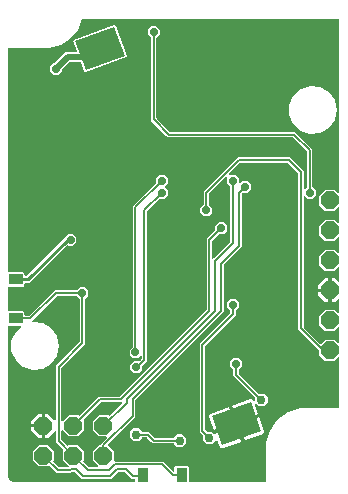
<source format=gtl>
G04 EAGLE Gerber RS-274X export*
G75*
%MOMM*%
%FSLAX34Y34*%
%LPD*%
%INTop Copper*%
%IPPOS*%
%AMOC8*
5,1,8,0,0,1.08239X$1,22.5*%
G01*
%ADD10R,3.500000X2.600000*%
%ADD11P,1.649562X8X112.500000*%
%ADD12P,1.649562X8X22.500000*%
%ADD13R,1.200000X0.900000*%
%ADD14R,0.900000X1.200000*%
%ADD15C,0.254000*%
%ADD16C,0.706400*%
%ADD17C,0.152400*%
%ADD18C,0.756400*%
%ADD19C,0.508000*%

G36*
X50658Y56512D02*
X50658Y56512D01*
X50729Y56518D01*
X50777Y56538D01*
X50828Y56549D01*
X50889Y56586D01*
X50955Y56614D01*
X51011Y56659D01*
X51039Y56675D01*
X51054Y56693D01*
X51086Y56719D01*
X56212Y61845D01*
X63788Y61845D01*
X64311Y61322D01*
X64327Y61310D01*
X64340Y61294D01*
X64427Y61238D01*
X64511Y61178D01*
X64530Y61172D01*
X64547Y61161D01*
X64647Y61136D01*
X64746Y61106D01*
X64766Y61106D01*
X64785Y61101D01*
X64888Y61109D01*
X64992Y61112D01*
X65011Y61119D01*
X65030Y61120D01*
X65125Y61161D01*
X65223Y61196D01*
X65238Y61209D01*
X65257Y61217D01*
X65388Y61322D01*
X81353Y77287D01*
X98737Y77287D01*
X98828Y77301D01*
X98918Y77309D01*
X98948Y77321D01*
X98980Y77326D01*
X99061Y77369D01*
X99145Y77405D01*
X99177Y77431D01*
X99198Y77442D01*
X99220Y77465D01*
X99276Y77510D01*
X172490Y150724D01*
X172543Y150798D01*
X172603Y150868D01*
X172615Y150898D01*
X172634Y150924D01*
X172661Y151011D01*
X172695Y151096D01*
X172699Y151137D01*
X172706Y151159D01*
X172705Y151191D01*
X172713Y151263D01*
X172713Y210947D01*
X179720Y217954D01*
X179773Y218028D01*
X179833Y218098D01*
X179845Y218128D01*
X179864Y218154D01*
X179891Y218241D01*
X179925Y218326D01*
X179929Y218367D01*
X179936Y218389D01*
X179935Y218421D01*
X179943Y218493D01*
X179943Y222095D01*
X182905Y225057D01*
X187095Y225057D01*
X190057Y222095D01*
X190057Y217905D01*
X187095Y214943D01*
X183493Y214943D01*
X183402Y214929D01*
X183312Y214921D01*
X183282Y214909D01*
X183250Y214904D01*
X183169Y214861D01*
X183085Y214825D01*
X183053Y214799D01*
X183032Y214788D01*
X183010Y214765D01*
X183005Y214761D01*
X183004Y214760D01*
X182954Y214720D01*
X177510Y209276D01*
X177457Y209202D01*
X177397Y209132D01*
X177385Y209102D01*
X177366Y209076D01*
X177339Y208989D01*
X177305Y208904D01*
X177301Y208863D01*
X177294Y208841D01*
X177295Y208809D01*
X177287Y208737D01*
X177287Y194858D01*
X177298Y194788D01*
X177300Y194716D01*
X177318Y194667D01*
X177326Y194616D01*
X177360Y194552D01*
X177385Y194485D01*
X177417Y194444D01*
X177442Y194398D01*
X177494Y194349D01*
X177538Y194293D01*
X177582Y194265D01*
X177620Y194229D01*
X177685Y194199D01*
X177745Y194160D01*
X177796Y194147D01*
X177843Y194125D01*
X177914Y194117D01*
X177984Y194100D01*
X178036Y194104D01*
X178087Y194098D01*
X178158Y194113D01*
X178229Y194119D01*
X178277Y194139D01*
X178328Y194150D01*
X178389Y194187D01*
X178455Y194215D01*
X178511Y194260D01*
X178539Y194277D01*
X178554Y194294D01*
X178586Y194320D01*
X179276Y195010D01*
X192490Y208224D01*
X192543Y208298D01*
X192603Y208368D01*
X192615Y208398D01*
X192634Y208424D01*
X192661Y208511D01*
X192695Y208596D01*
X192699Y208637D01*
X192706Y208659D01*
X192705Y208691D01*
X192713Y208763D01*
X192713Y254820D01*
X192699Y254910D01*
X192691Y255001D01*
X192679Y255031D01*
X192674Y255063D01*
X192631Y255144D01*
X192595Y255227D01*
X192569Y255260D01*
X192558Y255280D01*
X192535Y255302D01*
X192490Y255358D01*
X189943Y257905D01*
X189943Y262372D01*
X189932Y262442D01*
X189930Y262514D01*
X189912Y262563D01*
X189904Y262614D01*
X189870Y262678D01*
X189845Y262745D01*
X189813Y262786D01*
X189788Y262832D01*
X189736Y262881D01*
X189692Y262937D01*
X189648Y262965D01*
X189610Y263001D01*
X189545Y263031D01*
X189485Y263070D01*
X189434Y263083D01*
X189387Y263105D01*
X189316Y263113D01*
X189246Y263130D01*
X189194Y263126D01*
X189143Y263132D01*
X189072Y263117D01*
X189001Y263111D01*
X188953Y263091D01*
X188902Y263080D01*
X188841Y263043D01*
X188775Y263015D01*
X188719Y262970D01*
X188691Y262953D01*
X188676Y262936D01*
X188644Y262910D01*
X175010Y249276D01*
X174957Y249202D01*
X174897Y249132D01*
X174885Y249102D01*
X174866Y249076D01*
X174839Y248989D01*
X174805Y248904D01*
X174801Y248863D01*
X174794Y248841D01*
X174795Y248809D01*
X174787Y248737D01*
X174787Y240180D01*
X174801Y240090D01*
X174809Y239999D01*
X174821Y239969D01*
X174826Y239937D01*
X174869Y239856D01*
X174905Y239773D01*
X174931Y239740D01*
X174942Y239720D01*
X174965Y239698D01*
X175010Y239642D01*
X177557Y237095D01*
X177557Y232905D01*
X174595Y229943D01*
X170405Y229943D01*
X167443Y232905D01*
X167443Y237095D01*
X169990Y239642D01*
X170043Y239716D01*
X170103Y239785D01*
X170115Y239815D01*
X170134Y239841D01*
X170161Y239928D01*
X170195Y240013D01*
X170199Y240054D01*
X170206Y240076D01*
X170205Y240109D01*
X170213Y240180D01*
X170213Y250947D01*
X199053Y279787D01*
X243447Y279787D01*
X254787Y268447D01*
X254787Y253776D01*
X254798Y253705D01*
X254800Y253633D01*
X254818Y253584D01*
X254826Y253533D01*
X254860Y253470D01*
X254885Y253402D01*
X254917Y253362D01*
X254942Y253316D01*
X254994Y253266D01*
X255038Y253210D01*
X255082Y253182D01*
X255120Y253146D01*
X255185Y253116D01*
X255245Y253077D01*
X255296Y253065D01*
X255343Y253043D01*
X255414Y253035D01*
X255484Y253017D01*
X255536Y253021D01*
X255587Y253016D01*
X255658Y253031D01*
X255729Y253036D01*
X255777Y253057D01*
X255828Y253068D01*
X255889Y253105D01*
X255955Y253133D01*
X256011Y253178D01*
X256039Y253194D01*
X256054Y253212D01*
X256086Y253238D01*
X257490Y254642D01*
X257543Y254716D01*
X257603Y254785D01*
X257615Y254815D01*
X257634Y254841D01*
X257661Y254929D01*
X257695Y255013D01*
X257699Y255054D01*
X257706Y255076D01*
X257705Y255109D01*
X257713Y255180D01*
X257713Y284737D01*
X257699Y284828D01*
X257691Y284918D01*
X257679Y284948D01*
X257674Y284980D01*
X257631Y285061D01*
X257595Y285145D01*
X257569Y285177D01*
X257558Y285198D01*
X257535Y285220D01*
X257490Y285276D01*
X246276Y296490D01*
X246202Y296543D01*
X246132Y296603D01*
X246102Y296615D01*
X246076Y296634D01*
X245989Y296661D01*
X245904Y296695D01*
X245863Y296699D01*
X245841Y296706D01*
X245809Y296705D01*
X245737Y296713D01*
X140053Y296713D01*
X138490Y298276D01*
X125713Y311053D01*
X125713Y380820D01*
X125699Y380910D01*
X125691Y381001D01*
X125679Y381031D01*
X125674Y381063D01*
X125631Y381144D01*
X125595Y381227D01*
X125569Y381260D01*
X125558Y381280D01*
X125535Y381302D01*
X125490Y381358D01*
X122943Y383905D01*
X122943Y388095D01*
X125905Y391057D01*
X130095Y391057D01*
X133057Y388095D01*
X133057Y383905D01*
X130510Y381358D01*
X130457Y381284D01*
X130397Y381215D01*
X130385Y381185D01*
X130366Y381159D01*
X130339Y381072D01*
X130305Y380987D01*
X130301Y380946D01*
X130294Y380924D01*
X130295Y380891D01*
X130287Y380820D01*
X130287Y313263D01*
X130301Y313172D01*
X130309Y313082D01*
X130321Y313052D01*
X130326Y313020D01*
X130369Y312939D01*
X130405Y312855D01*
X130431Y312823D01*
X130442Y312802D01*
X130465Y312780D01*
X130510Y312724D01*
X141724Y301510D01*
X141798Y301457D01*
X141868Y301397D01*
X141898Y301385D01*
X141924Y301366D01*
X142011Y301339D01*
X142096Y301305D01*
X142137Y301301D01*
X142159Y301294D01*
X142191Y301295D01*
X142262Y301287D01*
X247947Y301287D01*
X262287Y286947D01*
X262287Y255180D01*
X262301Y255090D01*
X262309Y254999D01*
X262321Y254969D01*
X262326Y254937D01*
X262369Y254856D01*
X262405Y254773D01*
X262431Y254740D01*
X262442Y254720D01*
X262465Y254698D01*
X262510Y254642D01*
X265057Y252095D01*
X265057Y247905D01*
X262095Y244943D01*
X257905Y244943D01*
X256086Y246762D01*
X256028Y246804D01*
X255976Y246854D01*
X255929Y246876D01*
X255887Y246906D01*
X255818Y246927D01*
X255753Y246957D01*
X255701Y246963D01*
X255651Y246978D01*
X255580Y246976D01*
X255509Y246984D01*
X255458Y246973D01*
X255406Y246972D01*
X255338Y246947D01*
X255268Y246932D01*
X255223Y246905D01*
X255175Y246888D01*
X255119Y246843D01*
X255057Y246806D01*
X255023Y246766D01*
X254983Y246734D01*
X254944Y246674D01*
X254897Y246619D01*
X254878Y246571D01*
X254850Y246527D01*
X254832Y246457D01*
X254805Y246391D01*
X254797Y246320D01*
X254789Y246288D01*
X254791Y246265D01*
X254787Y246224D01*
X254787Y136262D01*
X254801Y136172D01*
X254809Y136081D01*
X254821Y136052D01*
X254826Y136020D01*
X254869Y135939D01*
X254905Y135855D01*
X254931Y135823D01*
X254942Y135802D01*
X254965Y135780D01*
X255010Y135724D01*
X268612Y122122D01*
X268629Y122110D01*
X268641Y122094D01*
X268728Y122038D01*
X268812Y121978D01*
X268831Y121972D01*
X268848Y121961D01*
X268948Y121936D01*
X269047Y121906D01*
X269067Y121906D01*
X269086Y121901D01*
X269189Y121909D01*
X269293Y121912D01*
X269312Y121919D01*
X269332Y121920D01*
X269427Y121961D01*
X269524Y121996D01*
X269540Y122009D01*
X269558Y122017D01*
X269689Y122122D01*
X273212Y125645D01*
X280788Y125645D01*
X283890Y122543D01*
X283948Y122501D01*
X284000Y122452D01*
X284047Y122430D01*
X284089Y122399D01*
X284158Y122378D01*
X284223Y122348D01*
X284275Y122342D01*
X284325Y122327D01*
X284396Y122329D01*
X284467Y122321D01*
X284518Y122332D01*
X284570Y122333D01*
X284638Y122358D01*
X284708Y122373D01*
X284753Y122400D01*
X284801Y122418D01*
X284857Y122463D01*
X284919Y122499D01*
X284953Y122539D01*
X284993Y122571D01*
X285032Y122632D01*
X285079Y122686D01*
X285098Y122735D01*
X285126Y122778D01*
X285144Y122848D01*
X285171Y122914D01*
X285179Y122986D01*
X285187Y123017D01*
X285185Y123040D01*
X285189Y123081D01*
X285189Y135319D01*
X285178Y135390D01*
X285176Y135461D01*
X285158Y135510D01*
X285150Y135562D01*
X285116Y135625D01*
X285091Y135692D01*
X285059Y135733D01*
X285034Y135779D01*
X284982Y135828D01*
X284938Y135884D01*
X284894Y135913D01*
X284856Y135948D01*
X284791Y135979D01*
X284731Y136017D01*
X284680Y136030D01*
X284633Y136052D01*
X284562Y136060D01*
X284492Y136077D01*
X284440Y136073D01*
X284389Y136079D01*
X284318Y136064D01*
X284247Y136058D01*
X284199Y136038D01*
X284148Y136027D01*
X284087Y135990D01*
X284021Y135962D01*
X283965Y135917D01*
X283937Y135901D01*
X283922Y135883D01*
X283890Y135857D01*
X280788Y132755D01*
X273212Y132755D01*
X267855Y138112D01*
X267855Y145688D01*
X273212Y151045D01*
X280788Y151045D01*
X283890Y147943D01*
X283948Y147901D01*
X284000Y147852D01*
X284047Y147830D01*
X284089Y147799D01*
X284158Y147778D01*
X284223Y147748D01*
X284275Y147742D01*
X284325Y147727D01*
X284396Y147729D01*
X284467Y147721D01*
X284518Y147732D01*
X284570Y147733D01*
X284638Y147758D01*
X284708Y147773D01*
X284753Y147800D01*
X284801Y147818D01*
X284857Y147863D01*
X284919Y147899D01*
X284953Y147939D01*
X284993Y147971D01*
X285032Y148032D01*
X285079Y148086D01*
X285098Y148135D01*
X285126Y148178D01*
X285144Y148248D01*
X285171Y148314D01*
X285179Y148386D01*
X285187Y148417D01*
X285185Y148440D01*
X285189Y148481D01*
X285189Y159282D01*
X285178Y159353D01*
X285176Y159424D01*
X285158Y159473D01*
X285150Y159525D01*
X285116Y159588D01*
X285091Y159655D01*
X285059Y159696D01*
X285034Y159742D01*
X284982Y159792D01*
X284938Y159848D01*
X284894Y159876D01*
X284856Y159912D01*
X284791Y159942D01*
X284731Y159981D01*
X284680Y159993D01*
X284633Y160015D01*
X284562Y160023D01*
X284492Y160041D01*
X284440Y160037D01*
X284389Y160042D01*
X284318Y160027D01*
X284247Y160021D01*
X284199Y160001D01*
X284148Y159990D01*
X284087Y159953D01*
X284021Y159925D01*
X283965Y159880D01*
X283937Y159864D01*
X283922Y159846D01*
X283890Y159820D01*
X281209Y157139D01*
X278523Y157139D01*
X278523Y166538D01*
X278520Y166558D01*
X278522Y166577D01*
X278500Y166679D01*
X278483Y166781D01*
X278474Y166798D01*
X278470Y166818D01*
X278417Y166907D01*
X278368Y166998D01*
X278354Y167012D01*
X278344Y167029D01*
X278265Y167096D01*
X278190Y167167D01*
X278172Y167176D01*
X278157Y167189D01*
X278061Y167227D01*
X277967Y167271D01*
X277947Y167273D01*
X277929Y167281D01*
X277762Y167299D01*
X276999Y167299D01*
X276999Y167301D01*
X277762Y167301D01*
X277782Y167304D01*
X277801Y167302D01*
X277903Y167324D01*
X278005Y167341D01*
X278022Y167350D01*
X278042Y167354D01*
X278131Y167407D01*
X278222Y167456D01*
X278236Y167470D01*
X278253Y167480D01*
X278320Y167559D01*
X278391Y167634D01*
X278400Y167652D01*
X278413Y167667D01*
X278452Y167763D01*
X278495Y167857D01*
X278497Y167877D01*
X278505Y167895D01*
X278523Y168062D01*
X278523Y177461D01*
X281209Y177461D01*
X283890Y174780D01*
X283948Y174738D01*
X284000Y174688D01*
X284047Y174667D01*
X284089Y174636D01*
X284158Y174615D01*
X284223Y174585D01*
X284275Y174579D01*
X284325Y174564D01*
X284396Y174566D01*
X284467Y174558D01*
X284518Y174569D01*
X284570Y174570D01*
X284638Y174595D01*
X284708Y174610D01*
X284753Y174637D01*
X284801Y174655D01*
X284857Y174699D01*
X284919Y174736D01*
X284953Y174776D01*
X284993Y174808D01*
X285032Y174869D01*
X285079Y174923D01*
X285098Y174971D01*
X285126Y175015D01*
X285144Y175085D01*
X285156Y175116D01*
X285161Y175126D01*
X285161Y175128D01*
X285171Y175151D01*
X285179Y175223D01*
X285187Y175254D01*
X285185Y175277D01*
X285189Y175318D01*
X285189Y186119D01*
X285178Y186190D01*
X285176Y186261D01*
X285158Y186310D01*
X285150Y186362D01*
X285116Y186425D01*
X285091Y186492D01*
X285059Y186533D01*
X285034Y186579D01*
X284982Y186628D01*
X284938Y186684D01*
X284894Y186713D01*
X284856Y186748D01*
X284791Y186779D01*
X284731Y186817D01*
X284680Y186830D01*
X284633Y186852D01*
X284562Y186860D01*
X284492Y186877D01*
X284440Y186873D01*
X284389Y186879D01*
X284318Y186864D01*
X284247Y186858D01*
X284199Y186838D01*
X284148Y186827D01*
X284087Y186790D01*
X284021Y186762D01*
X283965Y186717D01*
X283937Y186701D01*
X283922Y186683D01*
X283890Y186657D01*
X280788Y183555D01*
X273212Y183555D01*
X267855Y188912D01*
X267855Y196488D01*
X273212Y201845D01*
X280788Y201845D01*
X283890Y198743D01*
X283948Y198701D01*
X284000Y198652D01*
X284047Y198630D01*
X284089Y198599D01*
X284158Y198578D01*
X284223Y198548D01*
X284275Y198542D01*
X284325Y198527D01*
X284396Y198529D01*
X284467Y198521D01*
X284518Y198532D01*
X284570Y198533D01*
X284638Y198558D01*
X284708Y198573D01*
X284753Y198600D01*
X284801Y198618D01*
X284857Y198663D01*
X284919Y198699D01*
X284953Y198739D01*
X284993Y198771D01*
X285032Y198832D01*
X285079Y198886D01*
X285098Y198935D01*
X285126Y198978D01*
X285144Y199048D01*
X285171Y199114D01*
X285179Y199186D01*
X285187Y199217D01*
X285185Y199240D01*
X285189Y199281D01*
X285189Y211519D01*
X285178Y211590D01*
X285176Y211661D01*
X285158Y211710D01*
X285150Y211762D01*
X285116Y211825D01*
X285091Y211892D01*
X285059Y211933D01*
X285034Y211979D01*
X284982Y212028D01*
X284938Y212084D01*
X284894Y212113D01*
X284856Y212148D01*
X284791Y212179D01*
X284731Y212217D01*
X284680Y212230D01*
X284633Y212252D01*
X284562Y212260D01*
X284492Y212277D01*
X284440Y212273D01*
X284389Y212279D01*
X284318Y212264D01*
X284247Y212258D01*
X284199Y212238D01*
X284148Y212227D01*
X284087Y212190D01*
X284021Y212162D01*
X283965Y212117D01*
X283937Y212101D01*
X283922Y212083D01*
X283890Y212057D01*
X280788Y208955D01*
X273212Y208955D01*
X267855Y214312D01*
X267855Y221888D01*
X273212Y227245D01*
X280788Y227245D01*
X283890Y224143D01*
X283948Y224101D01*
X284000Y224052D01*
X284047Y224030D01*
X284089Y223999D01*
X284158Y223978D01*
X284223Y223948D01*
X284275Y223942D01*
X284325Y223927D01*
X284396Y223929D01*
X284467Y223921D01*
X284518Y223932D01*
X284570Y223933D01*
X284638Y223958D01*
X284708Y223973D01*
X284753Y224000D01*
X284801Y224018D01*
X284857Y224063D01*
X284919Y224099D01*
X284953Y224139D01*
X284993Y224171D01*
X285032Y224232D01*
X285079Y224286D01*
X285098Y224335D01*
X285126Y224378D01*
X285144Y224448D01*
X285171Y224514D01*
X285179Y224586D01*
X285187Y224617D01*
X285185Y224640D01*
X285189Y224681D01*
X285189Y236919D01*
X285178Y236990D01*
X285176Y237061D01*
X285158Y237110D01*
X285150Y237162D01*
X285116Y237225D01*
X285091Y237292D01*
X285059Y237333D01*
X285034Y237379D01*
X284982Y237428D01*
X284938Y237484D01*
X284894Y237513D01*
X284856Y237548D01*
X284791Y237579D01*
X284731Y237617D01*
X284680Y237630D01*
X284633Y237652D01*
X284562Y237660D01*
X284492Y237677D01*
X284440Y237673D01*
X284389Y237679D01*
X284318Y237664D01*
X284247Y237658D01*
X284199Y237638D01*
X284148Y237627D01*
X284087Y237590D01*
X284021Y237562D01*
X283965Y237517D01*
X283937Y237501D01*
X283922Y237483D01*
X283890Y237457D01*
X280788Y234355D01*
X273212Y234355D01*
X267855Y239712D01*
X267855Y247288D01*
X273212Y252645D01*
X280788Y252645D01*
X283890Y249543D01*
X283948Y249501D01*
X284000Y249452D01*
X284047Y249430D01*
X284089Y249399D01*
X284158Y249378D01*
X284223Y249348D01*
X284275Y249342D01*
X284325Y249327D01*
X284396Y249329D01*
X284467Y249321D01*
X284518Y249332D01*
X284570Y249333D01*
X284638Y249358D01*
X284708Y249373D01*
X284753Y249400D01*
X284801Y249418D01*
X284857Y249463D01*
X284919Y249499D01*
X284953Y249539D01*
X284993Y249571D01*
X285032Y249632D01*
X285079Y249686D01*
X285098Y249735D01*
X285126Y249778D01*
X285144Y249848D01*
X285171Y249914D01*
X285179Y249986D01*
X285187Y250017D01*
X285185Y250040D01*
X285189Y250081D01*
X285189Y396428D01*
X285186Y396448D01*
X285188Y396467D01*
X285166Y396569D01*
X285150Y396671D01*
X285140Y396688D01*
X285136Y396708D01*
X285083Y396797D01*
X285034Y396888D01*
X285020Y396902D01*
X285010Y396919D01*
X284931Y396986D01*
X284856Y397058D01*
X284838Y397066D01*
X284823Y397079D01*
X284727Y397118D01*
X284633Y397161D01*
X284613Y397163D01*
X284595Y397171D01*
X284428Y397189D01*
X67676Y397189D01*
X67674Y397189D01*
X67673Y397189D01*
X67552Y397169D01*
X67433Y397150D01*
X67432Y397149D01*
X67430Y397148D01*
X67322Y397091D01*
X67216Y397034D01*
X67215Y397033D01*
X67213Y397032D01*
X67129Y396943D01*
X67047Y396856D01*
X67046Y396854D01*
X67045Y396853D01*
X66967Y396705D01*
X63471Y387738D01*
X57280Y380175D01*
X49055Y374896D01*
X39602Y372416D01*
X34883Y372688D01*
X34867Y372686D01*
X34839Y372689D01*
X5572Y372689D01*
X5552Y372686D01*
X5533Y372688D01*
X5431Y372666D01*
X5329Y372650D01*
X5312Y372640D01*
X5292Y372636D01*
X5203Y372583D01*
X5112Y372534D01*
X5098Y372520D01*
X5081Y372510D01*
X5014Y372431D01*
X4942Y372356D01*
X4934Y372338D01*
X4921Y372323D01*
X4882Y372227D01*
X4839Y372133D01*
X4837Y372113D01*
X4829Y372095D01*
X4811Y371928D01*
X4811Y183286D01*
X4814Y183266D01*
X4812Y183247D01*
X4834Y183145D01*
X4850Y183043D01*
X4860Y183026D01*
X4864Y183006D01*
X4917Y182917D01*
X4966Y182826D01*
X4980Y182812D01*
X4990Y182795D01*
X5069Y182728D01*
X5144Y182656D01*
X5162Y182648D01*
X5177Y182635D01*
X5273Y182596D01*
X5367Y182553D01*
X5387Y182551D01*
X5405Y182543D01*
X5572Y182525D01*
X17632Y182525D01*
X18525Y181632D01*
X18525Y180056D01*
X18528Y180036D01*
X18526Y180017D01*
X18548Y179915D01*
X18564Y179813D01*
X18574Y179796D01*
X18578Y179776D01*
X18631Y179687D01*
X18680Y179596D01*
X18694Y179582D01*
X18704Y179565D01*
X18783Y179498D01*
X18858Y179426D01*
X18876Y179418D01*
X18891Y179405D01*
X18987Y179366D01*
X19081Y179323D01*
X19101Y179321D01*
X19119Y179313D01*
X19286Y179295D01*
X20027Y179295D01*
X20117Y179309D01*
X20208Y179317D01*
X20238Y179329D01*
X20270Y179334D01*
X20350Y179377D01*
X20434Y179413D01*
X20466Y179439D01*
X20487Y179450D01*
X20509Y179473D01*
X20565Y179518D01*
X52220Y211173D01*
X52273Y211247D01*
X52333Y211316D01*
X52345Y211346D01*
X52364Y211372D01*
X52391Y211459D01*
X52425Y211544D01*
X52429Y211585D01*
X52436Y211607D01*
X52435Y211640D01*
X52443Y211711D01*
X52443Y212095D01*
X55405Y215057D01*
X59595Y215057D01*
X62557Y212095D01*
X62557Y207905D01*
X59595Y204943D01*
X55405Y204943D01*
X55189Y205160D01*
X55173Y205172D01*
X55160Y205187D01*
X55073Y205243D01*
X54989Y205303D01*
X54970Y205309D01*
X54953Y205320D01*
X54853Y205345D01*
X54754Y205376D01*
X54734Y205375D01*
X54715Y205380D01*
X54612Y205372D01*
X54508Y205369D01*
X54489Y205363D01*
X54470Y205361D01*
X54375Y205321D01*
X54277Y205285D01*
X54262Y205272D01*
X54243Y205265D01*
X54112Y205160D01*
X22658Y173705D01*
X19286Y173705D01*
X19266Y173702D01*
X19247Y173704D01*
X19145Y173682D01*
X19043Y173666D01*
X19026Y173656D01*
X19006Y173652D01*
X18917Y173599D01*
X18826Y173550D01*
X18812Y173536D01*
X18795Y173526D01*
X18728Y173447D01*
X18656Y173372D01*
X18648Y173354D01*
X18635Y173339D01*
X18596Y173243D01*
X18553Y173149D01*
X18551Y173129D01*
X18543Y173111D01*
X18525Y172944D01*
X18525Y171368D01*
X17632Y170475D01*
X5572Y170475D01*
X5552Y170472D01*
X5533Y170474D01*
X5431Y170452D01*
X5329Y170436D01*
X5312Y170426D01*
X5292Y170422D01*
X5203Y170369D01*
X5112Y170320D01*
X5098Y170306D01*
X5081Y170296D01*
X5014Y170217D01*
X4942Y170142D01*
X4934Y170124D01*
X4921Y170109D01*
X4882Y170013D01*
X4839Y169919D01*
X4837Y169899D01*
X4829Y169881D01*
X4811Y169714D01*
X4811Y150286D01*
X4814Y150266D01*
X4812Y150247D01*
X4834Y150145D01*
X4850Y150043D01*
X4860Y150026D01*
X4864Y150006D01*
X4917Y149917D01*
X4966Y149826D01*
X4980Y149812D01*
X4990Y149795D01*
X5069Y149728D01*
X5144Y149656D01*
X5162Y149648D01*
X5177Y149635D01*
X5273Y149596D01*
X5367Y149553D01*
X5387Y149551D01*
X5405Y149543D01*
X5572Y149525D01*
X17632Y149525D01*
X18525Y148632D01*
X18525Y146548D01*
X18528Y146528D01*
X18526Y146509D01*
X18548Y146407D01*
X18564Y146305D01*
X18574Y146288D01*
X18578Y146268D01*
X18631Y146179D01*
X18680Y146088D01*
X18694Y146074D01*
X18704Y146057D01*
X18783Y145990D01*
X18858Y145918D01*
X18876Y145910D01*
X18891Y145897D01*
X18987Y145858D01*
X19081Y145815D01*
X19101Y145813D01*
X19119Y145805D01*
X19286Y145787D01*
X22237Y145787D01*
X22328Y145801D01*
X22418Y145809D01*
X22448Y145821D01*
X22480Y145826D01*
X22561Y145869D01*
X22645Y145905D01*
X22677Y145931D01*
X22698Y145942D01*
X22720Y145965D01*
X22776Y146010D01*
X44053Y167287D01*
X62320Y167287D01*
X62410Y167301D01*
X62501Y167309D01*
X62531Y167321D01*
X62563Y167326D01*
X62644Y167369D01*
X62727Y167405D01*
X62760Y167431D01*
X62780Y167442D01*
X62802Y167465D01*
X62858Y167510D01*
X65405Y170057D01*
X69595Y170057D01*
X72557Y167095D01*
X72557Y162905D01*
X70010Y160358D01*
X69957Y160284D01*
X69897Y160215D01*
X69885Y160185D01*
X69866Y160159D01*
X69839Y160072D01*
X69805Y159987D01*
X69801Y159946D01*
X69794Y159924D01*
X69795Y159891D01*
X69787Y159820D01*
X69787Y121553D01*
X50010Y101776D01*
X49957Y101702D01*
X49897Y101632D01*
X49885Y101602D01*
X49866Y101576D01*
X49839Y101489D01*
X49805Y101404D01*
X49801Y101363D01*
X49794Y101341D01*
X49795Y101309D01*
X49787Y101237D01*
X49787Y57257D01*
X49798Y57186D01*
X49800Y57115D01*
X49818Y57066D01*
X49826Y57014D01*
X49860Y56951D01*
X49885Y56884D01*
X49917Y56843D01*
X49942Y56797D01*
X49994Y56748D01*
X50038Y56692D01*
X50082Y56663D01*
X50120Y56628D01*
X50185Y56597D01*
X50245Y56559D01*
X50296Y56546D01*
X50343Y56524D01*
X50414Y56516D01*
X50484Y56499D01*
X50536Y56503D01*
X50587Y56497D01*
X50658Y56512D01*
G37*
G36*
X221948Y4814D02*
X221948Y4814D01*
X221967Y4812D01*
X222069Y4834D01*
X222171Y4850D01*
X222188Y4860D01*
X222208Y4864D01*
X222297Y4917D01*
X222388Y4966D01*
X222402Y4980D01*
X222419Y4990D01*
X222486Y5069D01*
X222558Y5144D01*
X222566Y5162D01*
X222579Y5177D01*
X222618Y5273D01*
X222661Y5367D01*
X222663Y5387D01*
X222671Y5405D01*
X222689Y5572D01*
X222689Y38013D01*
X226097Y48501D01*
X232578Y57422D01*
X241499Y63903D01*
X251987Y67311D01*
X284428Y67311D01*
X284448Y67314D01*
X284467Y67312D01*
X284569Y67334D01*
X284671Y67350D01*
X284688Y67360D01*
X284708Y67364D01*
X284797Y67417D01*
X284888Y67466D01*
X284902Y67480D01*
X284919Y67490D01*
X284986Y67569D01*
X285058Y67644D01*
X285066Y67662D01*
X285079Y67677D01*
X285118Y67773D01*
X285161Y67867D01*
X285163Y67887D01*
X285171Y67905D01*
X285189Y68072D01*
X285189Y109919D01*
X285178Y109990D01*
X285176Y110061D01*
X285158Y110110D01*
X285150Y110162D01*
X285116Y110225D01*
X285091Y110292D01*
X285059Y110333D01*
X285034Y110379D01*
X284982Y110428D01*
X284938Y110484D01*
X284894Y110513D01*
X284856Y110548D01*
X284791Y110579D01*
X284731Y110617D01*
X284680Y110630D01*
X284633Y110652D01*
X284562Y110660D01*
X284492Y110677D01*
X284440Y110673D01*
X284389Y110679D01*
X284318Y110664D01*
X284247Y110658D01*
X284199Y110638D01*
X284148Y110627D01*
X284087Y110590D01*
X284021Y110562D01*
X283965Y110517D01*
X283937Y110501D01*
X283922Y110483D01*
X283890Y110457D01*
X280788Y107355D01*
X273212Y107355D01*
X267855Y112712D01*
X267855Y116096D01*
X267841Y116186D01*
X267833Y116277D01*
X267821Y116306D01*
X267816Y116338D01*
X267773Y116419D01*
X267737Y116503D01*
X267711Y116535D01*
X267700Y116556D01*
X267677Y116578D01*
X267632Y116634D01*
X251776Y132490D01*
X250213Y134053D01*
X250213Y266237D01*
X250199Y266328D01*
X250191Y266418D01*
X250179Y266448D01*
X250174Y266480D01*
X250131Y266561D01*
X250095Y266645D01*
X250069Y266677D01*
X250058Y266698D01*
X250035Y266720D01*
X249990Y266776D01*
X241776Y274990D01*
X241702Y275043D01*
X241632Y275103D01*
X241602Y275115D01*
X241576Y275134D01*
X241489Y275161D01*
X241404Y275195D01*
X241363Y275199D01*
X241341Y275206D01*
X241309Y275205D01*
X241237Y275213D01*
X201263Y275213D01*
X201172Y275199D01*
X201082Y275191D01*
X201052Y275179D01*
X201020Y275174D01*
X200939Y275131D01*
X200855Y275095D01*
X200823Y275069D01*
X200802Y275058D01*
X200780Y275035D01*
X200724Y274990D01*
X192090Y266356D01*
X192048Y266298D01*
X191999Y266246D01*
X191977Y266199D01*
X191947Y266157D01*
X191926Y266088D01*
X191895Y266023D01*
X191890Y265971D01*
X191874Y265921D01*
X191876Y265850D01*
X191868Y265779D01*
X191879Y265728D01*
X191881Y265676D01*
X191905Y265608D01*
X191920Y265538D01*
X191947Y265493D01*
X191965Y265445D01*
X192010Y265389D01*
X192047Y265327D01*
X192086Y265293D01*
X192119Y265253D01*
X192179Y265214D01*
X192234Y265167D01*
X192282Y265148D01*
X192326Y265120D01*
X192395Y265102D01*
X192462Y265075D01*
X192533Y265067D01*
X192564Y265059D01*
X192588Y265061D01*
X192628Y265057D01*
X197095Y265057D01*
X200057Y262095D01*
X200057Y259046D01*
X200058Y259035D01*
X200058Y259029D01*
X200065Y258996D01*
X200068Y258975D01*
X200070Y258903D01*
X200088Y258854D01*
X200096Y258803D01*
X200130Y258740D01*
X200155Y258672D01*
X200187Y258632D01*
X200212Y258586D01*
X200264Y258536D01*
X200308Y258480D01*
X200352Y258452D01*
X200390Y258416D01*
X200455Y258386D01*
X200515Y258347D01*
X200566Y258335D01*
X200613Y258313D01*
X200684Y258305D01*
X200754Y258287D01*
X200806Y258291D01*
X200857Y258286D01*
X200928Y258301D01*
X200999Y258306D01*
X201047Y258327D01*
X201098Y258338D01*
X201159Y258375D01*
X201225Y258403D01*
X201281Y258448D01*
X201309Y258464D01*
X201324Y258482D01*
X201356Y258508D01*
X202905Y260057D01*
X207095Y260057D01*
X210057Y257095D01*
X210057Y252905D01*
X207095Y249943D01*
X203493Y249943D01*
X203402Y249929D01*
X203312Y249921D01*
X203282Y249909D01*
X203250Y249904D01*
X203169Y249861D01*
X203085Y249825D01*
X203053Y249799D01*
X203032Y249788D01*
X203023Y249779D01*
X203022Y249778D01*
X203008Y249763D01*
X202954Y249720D01*
X202510Y249276D01*
X202457Y249202D01*
X202397Y249132D01*
X202385Y249102D01*
X202366Y249076D01*
X202339Y248989D01*
X202305Y248904D01*
X202301Y248863D01*
X202294Y248841D01*
X202295Y248809D01*
X202287Y248737D01*
X202287Y204053D01*
X187510Y189276D01*
X187457Y189202D01*
X187397Y189132D01*
X187385Y189102D01*
X187366Y189076D01*
X187339Y188989D01*
X187305Y188904D01*
X187301Y188863D01*
X187294Y188841D01*
X187295Y188809D01*
X187287Y188737D01*
X187287Y149053D01*
X112510Y74276D01*
X112457Y74202D01*
X112397Y74132D01*
X112385Y74102D01*
X112366Y74076D01*
X112339Y73989D01*
X112305Y73904D01*
X112301Y73863D01*
X112294Y73841D01*
X112295Y73809D01*
X112287Y73737D01*
X112287Y59953D01*
X89522Y37188D01*
X89510Y37171D01*
X89494Y37159D01*
X89438Y37072D01*
X89378Y36988D01*
X89372Y36969D01*
X89361Y36952D01*
X89336Y36852D01*
X89306Y36753D01*
X89306Y36733D01*
X89301Y36714D01*
X89309Y36611D01*
X89312Y36507D01*
X89319Y36488D01*
X89320Y36468D01*
X89361Y36373D01*
X89396Y36276D01*
X89409Y36260D01*
X89417Y36242D01*
X89522Y36111D01*
X94545Y31088D01*
X94545Y23494D01*
X94528Y23476D01*
X94506Y23429D01*
X94475Y23387D01*
X94454Y23318D01*
X94424Y23253D01*
X94418Y23201D01*
X94403Y23152D01*
X94405Y23080D01*
X94397Y23009D01*
X94408Y22958D01*
X94409Y22906D01*
X94434Y22838D01*
X94449Y22768D01*
X94476Y22723D01*
X94494Y22675D01*
X94539Y22619D01*
X94575Y22557D01*
X94615Y22523D01*
X94647Y22483D01*
X94708Y22444D01*
X94762Y22397D01*
X94811Y22378D01*
X94854Y22350D01*
X94924Y22332D01*
X94990Y22305D01*
X95062Y22297D01*
X95093Y22289D01*
X95116Y22291D01*
X95157Y22287D01*
X135947Y22287D01*
X144176Y14058D01*
X144234Y14016D01*
X144286Y13967D01*
X144333Y13945D01*
X144375Y13915D01*
X144444Y13894D01*
X144509Y13863D01*
X144561Y13858D01*
X144611Y13842D01*
X144682Y13844D01*
X144753Y13836D01*
X144804Y13847D01*
X144856Y13849D01*
X144924Y13873D01*
X144994Y13888D01*
X145039Y13915D01*
X145087Y13933D01*
X145143Y13978D01*
X145205Y14015D01*
X145239Y14054D01*
X145279Y14087D01*
X145318Y14147D01*
X145365Y14202D01*
X145384Y14250D01*
X145412Y14294D01*
X145430Y14363D01*
X145457Y14430D01*
X145465Y14501D01*
X145473Y14532D01*
X145471Y14556D01*
X145475Y14596D01*
X145475Y17632D01*
X146368Y18525D01*
X156632Y18525D01*
X157525Y17632D01*
X157525Y5572D01*
X157528Y5552D01*
X157526Y5533D01*
X157548Y5431D01*
X157564Y5329D01*
X157574Y5312D01*
X157578Y5292D01*
X157631Y5203D01*
X157680Y5112D01*
X157694Y5098D01*
X157704Y5081D01*
X157783Y5014D01*
X157858Y4942D01*
X157876Y4934D01*
X157891Y4921D01*
X157987Y4882D01*
X158081Y4839D01*
X158101Y4837D01*
X158119Y4829D01*
X158286Y4811D01*
X221928Y4811D01*
X221948Y4814D01*
G37*
G36*
X111734Y4814D02*
X111734Y4814D01*
X111753Y4812D01*
X111855Y4834D01*
X111957Y4850D01*
X111974Y4860D01*
X111994Y4864D01*
X112083Y4917D01*
X112174Y4966D01*
X112188Y4980D01*
X112205Y4990D01*
X112272Y5069D01*
X112344Y5144D01*
X112352Y5162D01*
X112365Y5177D01*
X112404Y5273D01*
X112447Y5367D01*
X112449Y5387D01*
X112457Y5405D01*
X112475Y5572D01*
X112475Y6952D01*
X112472Y6972D01*
X112474Y6991D01*
X112452Y7093D01*
X112436Y7195D01*
X112426Y7212D01*
X112422Y7232D01*
X112369Y7321D01*
X112320Y7412D01*
X112306Y7426D01*
X112296Y7443D01*
X112217Y7510D01*
X112142Y7582D01*
X112124Y7590D01*
X112109Y7603D01*
X112013Y7642D01*
X111919Y7685D01*
X111899Y7687D01*
X111881Y7695D01*
X111714Y7713D01*
X109053Y7713D01*
X103458Y13308D01*
X103384Y13361D01*
X103314Y13421D01*
X103284Y13433D01*
X103258Y13452D01*
X103171Y13479D01*
X103086Y13513D01*
X103045Y13517D01*
X103023Y13524D01*
X102991Y13523D01*
X102919Y13531D01*
X97853Y13531D01*
X97762Y13517D01*
X97672Y13509D01*
X97642Y13497D01*
X97610Y13492D01*
X97529Y13449D01*
X97445Y13413D01*
X97413Y13387D01*
X97392Y13376D01*
X97370Y13353D01*
X97314Y13308D01*
X91719Y7713D01*
X67281Y7713D01*
X61686Y13308D01*
X61612Y13361D01*
X61542Y13421D01*
X61512Y13433D01*
X61486Y13452D01*
X61399Y13479D01*
X61314Y13513D01*
X61273Y13517D01*
X61251Y13524D01*
X61219Y13523D01*
X61147Y13531D01*
X58853Y13531D01*
X58762Y13517D01*
X58672Y13509D01*
X58642Y13497D01*
X58610Y13492D01*
X58529Y13449D01*
X58445Y13413D01*
X58413Y13387D01*
X58392Y13376D01*
X58370Y13353D01*
X58314Y13308D01*
X57719Y12713D01*
X45953Y12713D01*
X44390Y14276D01*
X39988Y18678D01*
X39971Y18690D01*
X39959Y18706D01*
X39872Y18762D01*
X39788Y18822D01*
X39769Y18828D01*
X39752Y18839D01*
X39652Y18864D01*
X39553Y18894D01*
X39533Y18894D01*
X39514Y18899D01*
X39411Y18891D01*
X39307Y18888D01*
X39288Y18881D01*
X39268Y18880D01*
X39173Y18839D01*
X39076Y18804D01*
X39060Y18791D01*
X39042Y18783D01*
X38911Y18678D01*
X38388Y18155D01*
X30812Y18155D01*
X25455Y23512D01*
X25455Y31088D01*
X30812Y36445D01*
X38388Y36445D01*
X43745Y31088D01*
X43745Y23512D01*
X43222Y22989D01*
X43210Y22973D01*
X43194Y22960D01*
X43138Y22873D01*
X43078Y22789D01*
X43072Y22770D01*
X43061Y22753D01*
X43036Y22653D01*
X43006Y22554D01*
X43006Y22534D01*
X43001Y22515D01*
X43009Y22412D01*
X43012Y22308D01*
X43019Y22289D01*
X43020Y22270D01*
X43061Y22175D01*
X43096Y22077D01*
X43109Y22062D01*
X43117Y22043D01*
X43222Y21912D01*
X47624Y17510D01*
X47698Y17457D01*
X47768Y17397D01*
X47798Y17385D01*
X47824Y17366D01*
X47911Y17339D01*
X47996Y17305D01*
X48037Y17301D01*
X48059Y17294D01*
X48091Y17295D01*
X48163Y17287D01*
X55243Y17287D01*
X55314Y17298D01*
X55385Y17300D01*
X55434Y17318D01*
X55486Y17326D01*
X55549Y17360D01*
X55616Y17385D01*
X55657Y17417D01*
X55703Y17442D01*
X55752Y17494D01*
X55808Y17538D01*
X55837Y17582D01*
X55872Y17620D01*
X55903Y17685D01*
X55941Y17745D01*
X55954Y17796D01*
X55976Y17843D01*
X55984Y17914D01*
X56001Y17984D01*
X55997Y18036D01*
X56003Y18087D01*
X55988Y18158D01*
X55982Y18229D01*
X55962Y18277D01*
X55951Y18328D01*
X55914Y18389D01*
X55886Y18455D01*
X55841Y18511D01*
X55825Y18539D01*
X55807Y18554D01*
X55781Y18586D01*
X50855Y23512D01*
X50855Y31088D01*
X51378Y31611D01*
X51390Y31627D01*
X51406Y31640D01*
X51462Y31727D01*
X51522Y31811D01*
X51528Y31830D01*
X51539Y31847D01*
X51564Y31947D01*
X51594Y32046D01*
X51594Y32066D01*
X51599Y32085D01*
X51591Y32188D01*
X51588Y32292D01*
X51581Y32311D01*
X51580Y32330D01*
X51539Y32425D01*
X51504Y32523D01*
X51491Y32538D01*
X51483Y32557D01*
X51378Y32688D01*
X46776Y37290D01*
X45213Y38853D01*
X45213Y47106D01*
X45202Y47177D01*
X45200Y47248D01*
X45182Y47297D01*
X45174Y47349D01*
X45140Y47412D01*
X45115Y47479D01*
X45083Y47520D01*
X45058Y47566D01*
X45006Y47616D01*
X44962Y47672D01*
X44918Y47700D01*
X44880Y47736D01*
X44815Y47766D01*
X44755Y47805D01*
X44704Y47817D01*
X44657Y47839D01*
X44586Y47847D01*
X44516Y47865D01*
X44464Y47861D01*
X44413Y47866D01*
X44342Y47851D01*
X44271Y47845D01*
X44223Y47825D01*
X44172Y47814D01*
X44111Y47777D01*
X44045Y47749D01*
X43989Y47704D01*
X43961Y47688D01*
X43946Y47670D01*
X43914Y47644D01*
X38809Y42539D01*
X36123Y42539D01*
X36123Y51938D01*
X36120Y51958D01*
X36122Y51977D01*
X36100Y52079D01*
X36083Y52181D01*
X36074Y52198D01*
X36070Y52218D01*
X36017Y52307D01*
X35968Y52398D01*
X35954Y52412D01*
X35944Y52429D01*
X35865Y52496D01*
X35790Y52567D01*
X35772Y52576D01*
X35757Y52589D01*
X35661Y52627D01*
X35567Y52671D01*
X35547Y52673D01*
X35529Y52681D01*
X35362Y52699D01*
X34599Y52699D01*
X34599Y52701D01*
X35362Y52701D01*
X35382Y52704D01*
X35401Y52702D01*
X35503Y52724D01*
X35605Y52741D01*
X35622Y52750D01*
X35642Y52754D01*
X35731Y52807D01*
X35822Y52856D01*
X35836Y52870D01*
X35853Y52880D01*
X35920Y52959D01*
X35991Y53034D01*
X36000Y53052D01*
X36013Y53067D01*
X36052Y53163D01*
X36095Y53257D01*
X36097Y53277D01*
X36105Y53295D01*
X36123Y53462D01*
X36123Y62861D01*
X38809Y62861D01*
X43914Y57756D01*
X43972Y57714D01*
X44024Y57664D01*
X44071Y57643D01*
X44113Y57612D01*
X44182Y57591D01*
X44247Y57561D01*
X44299Y57555D01*
X44349Y57540D01*
X44420Y57542D01*
X44491Y57534D01*
X44542Y57545D01*
X44594Y57546D01*
X44662Y57571D01*
X44732Y57586D01*
X44777Y57613D01*
X44825Y57631D01*
X44881Y57675D01*
X44943Y57712D01*
X44977Y57752D01*
X45017Y57784D01*
X45056Y57845D01*
X45103Y57899D01*
X45122Y57947D01*
X45150Y57991D01*
X45168Y58061D01*
X45195Y58127D01*
X45203Y58199D01*
X45211Y58230D01*
X45209Y58253D01*
X45213Y58294D01*
X45213Y103447D01*
X64990Y123224D01*
X65043Y123298D01*
X65103Y123368D01*
X65115Y123398D01*
X65134Y123424D01*
X65161Y123511D01*
X65195Y123596D01*
X65199Y123637D01*
X65206Y123659D01*
X65205Y123691D01*
X65213Y123763D01*
X65213Y159820D01*
X65199Y159910D01*
X65191Y160001D01*
X65179Y160031D01*
X65174Y160063D01*
X65131Y160144D01*
X65095Y160227D01*
X65069Y160260D01*
X65058Y160280D01*
X65035Y160302D01*
X64990Y160358D01*
X62858Y162490D01*
X62784Y162543D01*
X62715Y162603D01*
X62685Y162615D01*
X62659Y162634D01*
X62572Y162661D01*
X62487Y162695D01*
X62446Y162699D01*
X62424Y162706D01*
X62391Y162705D01*
X62320Y162713D01*
X46263Y162713D01*
X46172Y162699D01*
X46082Y162691D01*
X46052Y162679D01*
X46020Y162674D01*
X45939Y162631D01*
X45855Y162595D01*
X45823Y162569D01*
X45802Y162558D01*
X45780Y162535D01*
X45724Y162490D01*
X24901Y141667D01*
X24882Y141641D01*
X24858Y141620D01*
X24811Y141541D01*
X24757Y141467D01*
X24748Y141437D01*
X24731Y141409D01*
X24712Y141319D01*
X24685Y141232D01*
X24686Y141200D01*
X24679Y141169D01*
X24689Y141078D01*
X24691Y140986D01*
X24702Y140956D01*
X24706Y140924D01*
X24744Y140841D01*
X24776Y140755D01*
X24796Y140730D01*
X24809Y140701D01*
X24872Y140635D01*
X24929Y140563D01*
X24956Y140546D01*
X24978Y140523D01*
X25059Y140480D01*
X25136Y140430D01*
X25167Y140422D01*
X25196Y140407D01*
X25359Y140371D01*
X33830Y139481D01*
X41206Y135222D01*
X46213Y128332D01*
X47984Y120000D01*
X46213Y111669D01*
X41206Y104778D01*
X33830Y100519D01*
X25359Y99628D01*
X17258Y102261D01*
X10928Y107960D01*
X7464Y115741D01*
X7464Y124259D01*
X10928Y132040D01*
X15491Y136148D01*
X15548Y136220D01*
X15611Y136286D01*
X15625Y136315D01*
X15645Y136340D01*
X15676Y136426D01*
X15715Y136509D01*
X15718Y136541D01*
X15729Y136571D01*
X15732Y136663D01*
X15742Y136753D01*
X15735Y136785D01*
X15736Y136817D01*
X15709Y136905D01*
X15690Y136994D01*
X15673Y137021D01*
X15664Y137052D01*
X15610Y137127D01*
X15563Y137205D01*
X15539Y137226D01*
X15520Y137252D01*
X15446Y137305D01*
X15377Y137365D01*
X15347Y137377D01*
X15321Y137396D01*
X15233Y137423D01*
X15148Y137457D01*
X15108Y137461D01*
X15086Y137468D01*
X15053Y137467D01*
X14982Y137475D01*
X5572Y137475D01*
X5552Y137472D01*
X5533Y137474D01*
X5431Y137452D01*
X5329Y137436D01*
X5312Y137426D01*
X5292Y137422D01*
X5203Y137369D01*
X5112Y137320D01*
X5098Y137306D01*
X5081Y137296D01*
X5014Y137217D01*
X4942Y137142D01*
X4934Y137124D01*
X4921Y137109D01*
X4882Y137013D01*
X4839Y136919D01*
X4837Y136899D01*
X4829Y136881D01*
X4811Y136714D01*
X4811Y10000D01*
X4815Y9974D01*
X4814Y9925D01*
X4899Y9062D01*
X4907Y9034D01*
X4907Y9006D01*
X4954Y8845D01*
X5615Y7249D01*
X5650Y7193D01*
X5675Y7133D01*
X5727Y7068D01*
X5745Y7040D01*
X5760Y7027D01*
X5780Y7002D01*
X7002Y5780D01*
X7055Y5742D01*
X7102Y5696D01*
X7175Y5656D01*
X7201Y5636D01*
X7220Y5631D01*
X7249Y5615D01*
X8845Y4954D01*
X8872Y4947D01*
X8897Y4934D01*
X9061Y4899D01*
X9925Y4814D01*
X9952Y4816D01*
X10000Y4811D01*
X111714Y4811D01*
X111734Y4814D01*
G37*
%LPC*%
G36*
X110905Y96943D02*
X110905Y96943D01*
X107943Y99905D01*
X107943Y104095D01*
X110905Y107057D01*
X115211Y107057D01*
X115256Y107045D01*
X115355Y107015D01*
X115375Y107016D01*
X115394Y107011D01*
X115497Y107019D01*
X115601Y107021D01*
X115620Y107028D01*
X115640Y107030D01*
X115735Y107070D01*
X115832Y107106D01*
X115848Y107118D01*
X115866Y107126D01*
X115997Y107231D01*
X117490Y108724D01*
X117543Y108798D01*
X117603Y108868D01*
X117615Y108898D01*
X117634Y108924D01*
X117661Y109011D01*
X117695Y109096D01*
X117699Y109137D01*
X117706Y109159D01*
X117705Y109191D01*
X117713Y109263D01*
X117713Y111224D01*
X117702Y111295D01*
X117700Y111367D01*
X117682Y111416D01*
X117674Y111467D01*
X117640Y111530D01*
X117615Y111598D01*
X117583Y111638D01*
X117558Y111684D01*
X117506Y111734D01*
X117462Y111790D01*
X117418Y111818D01*
X117380Y111854D01*
X117315Y111884D01*
X117255Y111923D01*
X117204Y111935D01*
X117157Y111957D01*
X117086Y111965D01*
X117016Y111983D01*
X116964Y111979D01*
X116913Y111984D01*
X116842Y111969D01*
X116771Y111964D01*
X116723Y111943D01*
X116672Y111932D01*
X116611Y111895D01*
X116545Y111867D01*
X116489Y111822D01*
X116461Y111806D01*
X116446Y111788D01*
X116414Y111762D01*
X114595Y109943D01*
X110405Y109943D01*
X107443Y112905D01*
X107443Y117095D01*
X109990Y119642D01*
X110043Y119716D01*
X110103Y119785D01*
X110115Y119815D01*
X110134Y119841D01*
X110161Y119928D01*
X110195Y120013D01*
X110199Y120054D01*
X110206Y120076D01*
X110205Y120109D01*
X110213Y120180D01*
X110213Y238447D01*
X129720Y257954D01*
X129773Y258028D01*
X129833Y258098D01*
X129845Y258128D01*
X129864Y258154D01*
X129891Y258241D01*
X129925Y258326D01*
X129929Y258367D01*
X129936Y258389D01*
X129935Y258421D01*
X129943Y258493D01*
X129943Y262095D01*
X132905Y265057D01*
X137095Y265057D01*
X140057Y262095D01*
X140057Y257905D01*
X137690Y255538D01*
X137678Y255522D01*
X137662Y255510D01*
X137606Y255422D01*
X137546Y255339D01*
X137540Y255320D01*
X137529Y255303D01*
X137504Y255202D01*
X137474Y255103D01*
X137474Y255084D01*
X137469Y255064D01*
X137477Y254961D01*
X137480Y254858D01*
X137487Y254839D01*
X137488Y254819D01*
X137529Y254724D01*
X137564Y254627D01*
X137577Y254611D01*
X137585Y254593D01*
X137690Y254462D01*
X140057Y252095D01*
X140057Y247905D01*
X137095Y244943D01*
X133493Y244943D01*
X133402Y244929D01*
X133312Y244921D01*
X133282Y244909D01*
X133250Y244904D01*
X133169Y244861D01*
X133085Y244825D01*
X133053Y244799D01*
X133032Y244788D01*
X133010Y244765D01*
X132954Y244720D01*
X122510Y234276D01*
X122457Y234202D01*
X122397Y234132D01*
X122385Y234102D01*
X122366Y234076D01*
X122339Y233989D01*
X122305Y233904D01*
X122301Y233863D01*
X122294Y233841D01*
X122295Y233809D01*
X122287Y233737D01*
X122287Y107053D01*
X118280Y103046D01*
X118227Y102972D01*
X118167Y102902D01*
X118155Y102872D01*
X118136Y102846D01*
X118109Y102759D01*
X118075Y102674D01*
X118071Y102633D01*
X118064Y102611D01*
X118065Y102579D01*
X118057Y102507D01*
X118057Y99905D01*
X115095Y96943D01*
X110905Y96943D01*
G37*
%LPD*%
%LPC*%
G36*
X42905Y349943D02*
X42905Y349943D01*
X39943Y352905D01*
X39943Y357095D01*
X42905Y360057D01*
X43993Y360057D01*
X44083Y360071D01*
X44174Y360079D01*
X44204Y360091D01*
X44236Y360096D01*
X44316Y360139D01*
X44400Y360175D01*
X44432Y360201D01*
X44453Y360212D01*
X44475Y360235D01*
X44531Y360280D01*
X53316Y369065D01*
X62228Y369065D01*
X62257Y369069D01*
X62286Y369067D01*
X62378Y369089D01*
X62471Y369104D01*
X62497Y369118D01*
X62525Y369125D01*
X62605Y369175D01*
X62688Y369220D01*
X62708Y369241D01*
X62733Y369256D01*
X62793Y369330D01*
X62858Y369398D01*
X62870Y369425D01*
X62888Y369447D01*
X62922Y369535D01*
X62961Y369621D01*
X62965Y369650D01*
X62975Y369678D01*
X62978Y369772D01*
X62988Y369865D01*
X62982Y369894D01*
X62983Y369923D01*
X62944Y370086D01*
X60001Y378171D01*
X60535Y379316D01*
X94611Y391718D01*
X95756Y391185D01*
X105080Y365566D01*
X104546Y364421D01*
X70470Y352018D01*
X69325Y352552D01*
X66457Y360434D01*
X66451Y360444D01*
X66449Y360454D01*
X66391Y360551D01*
X66336Y360649D01*
X66328Y360656D01*
X66323Y360665D01*
X66237Y360738D01*
X66154Y360814D01*
X66144Y360818D01*
X66136Y360825D01*
X66031Y360867D01*
X65928Y360912D01*
X65918Y360913D01*
X65908Y360917D01*
X65741Y360935D01*
X56999Y360935D01*
X56909Y360921D01*
X56818Y360913D01*
X56788Y360901D01*
X56756Y360896D01*
X56676Y360853D01*
X56592Y360817D01*
X56560Y360791D01*
X56539Y360780D01*
X56517Y360757D01*
X56461Y360712D01*
X50280Y354531D01*
X50227Y354457D01*
X50167Y354388D01*
X50155Y354358D01*
X50136Y354332D01*
X50109Y354245D01*
X50075Y354160D01*
X50071Y354119D01*
X50064Y354096D01*
X50065Y354064D01*
X50057Y353993D01*
X50057Y352905D01*
X47095Y349943D01*
X42905Y349943D01*
G37*
%LPD*%
%LPC*%
G36*
X252258Y302261D02*
X252258Y302261D01*
X245928Y307960D01*
X242464Y315741D01*
X242464Y324259D01*
X245928Y332040D01*
X252258Y337739D01*
X260359Y340372D01*
X268830Y339481D01*
X276206Y335222D01*
X281213Y328331D01*
X282984Y320000D01*
X281213Y311669D01*
X276206Y304778D01*
X268830Y300519D01*
X260359Y299628D01*
X252258Y302261D01*
G37*
%LPD*%
%LPC*%
G36*
X185374Y33607D02*
X185374Y33607D01*
X184768Y33890D01*
X184256Y34320D01*
X183872Y34867D01*
X181783Y40606D01*
X181727Y40706D01*
X181674Y40806D01*
X181668Y40812D01*
X181663Y40821D01*
X181578Y40897D01*
X181496Y40975D01*
X181488Y40979D01*
X181480Y40986D01*
X181376Y41031D01*
X181273Y41079D01*
X181264Y41080D01*
X181255Y41084D01*
X181141Y41093D01*
X181029Y41106D01*
X181019Y41104D01*
X181010Y41105D01*
X180900Y41078D01*
X180788Y41054D01*
X180780Y41049D01*
X180771Y41047D01*
X180675Y40986D01*
X180577Y40927D01*
X180571Y40920D01*
X180563Y40915D01*
X180491Y40827D01*
X180417Y40741D01*
X180414Y40732D01*
X180408Y40724D01*
X180368Y40619D01*
X180325Y40512D01*
X180324Y40501D01*
X180321Y40494D01*
X180321Y40470D01*
X180307Y40346D01*
X180307Y40162D01*
X177198Y37053D01*
X172802Y37053D01*
X169693Y40162D01*
X169693Y44117D01*
X169679Y44207D01*
X169671Y44298D01*
X169659Y44328D01*
X169654Y44360D01*
X169611Y44441D01*
X169575Y44525D01*
X169549Y44557D01*
X169538Y44577D01*
X169515Y44600D01*
X169470Y44656D01*
X166713Y47413D01*
X166713Y121947D01*
X192490Y147724D01*
X192543Y147798D01*
X192603Y147868D01*
X192615Y147898D01*
X192634Y147924D01*
X192661Y148011D01*
X192695Y148096D01*
X192699Y148137D01*
X192706Y148159D01*
X192705Y148191D01*
X192713Y148263D01*
X192713Y149820D01*
X192699Y149910D01*
X192691Y150001D01*
X192679Y150031D01*
X192674Y150063D01*
X192631Y150144D01*
X192595Y150227D01*
X192569Y150260D01*
X192558Y150280D01*
X192535Y150302D01*
X192490Y150358D01*
X189943Y152905D01*
X189943Y157095D01*
X192905Y160057D01*
X197095Y160057D01*
X200057Y157095D01*
X200057Y152905D01*
X197510Y150358D01*
X197457Y150284D01*
X197397Y150215D01*
X197385Y150185D01*
X197366Y150159D01*
X197339Y150072D01*
X197305Y149987D01*
X197301Y149946D01*
X197294Y149924D01*
X197295Y149891D01*
X197287Y149820D01*
X197287Y146053D01*
X171510Y120276D01*
X171464Y120213D01*
X171440Y120188D01*
X171436Y120178D01*
X171397Y120132D01*
X171385Y120102D01*
X171366Y120076D01*
X171339Y119989D01*
X171305Y119904D01*
X171301Y119863D01*
X171294Y119841D01*
X171295Y119809D01*
X171287Y119737D01*
X171287Y49622D01*
X171301Y49532D01*
X171309Y49441D01*
X171321Y49412D01*
X171326Y49380D01*
X171369Y49299D01*
X171405Y49215D01*
X171431Y49183D01*
X171442Y49162D01*
X171465Y49140D01*
X171510Y49084D01*
X172704Y47890D01*
X172778Y47836D01*
X172848Y47777D01*
X172878Y47765D01*
X172904Y47746D01*
X172991Y47719D01*
X173076Y47685D01*
X173117Y47681D01*
X173139Y47674D01*
X173171Y47675D01*
X173243Y47667D01*
X177198Y47667D01*
X178804Y46060D01*
X178886Y46002D01*
X178964Y45938D01*
X178986Y45930D01*
X179004Y45917D01*
X179100Y45887D01*
X179194Y45852D01*
X179217Y45851D01*
X179239Y45844D01*
X179340Y45847D01*
X179440Y45844D01*
X179468Y45850D01*
X179485Y45851D01*
X179516Y45862D01*
X179603Y45883D01*
X197233Y52300D01*
X202027Y39128D01*
X186700Y33549D01*
X186033Y33491D01*
X185374Y33607D01*
G37*
%LPD*%
G36*
X80320Y17692D02*
X80320Y17692D01*
X80391Y17694D01*
X80440Y17712D01*
X80492Y17720D01*
X80555Y17754D01*
X80622Y17779D01*
X80663Y17811D01*
X80709Y17836D01*
X80758Y17888D01*
X80814Y17932D01*
X80843Y17976D01*
X80878Y18014D01*
X80909Y18079D01*
X80947Y18139D01*
X80960Y18190D01*
X80982Y18237D01*
X80990Y18308D01*
X81007Y18378D01*
X81003Y18430D01*
X81009Y18481D01*
X80994Y18552D01*
X80988Y18623D01*
X80968Y18671D01*
X80957Y18722D01*
X80920Y18783D01*
X80892Y18849D01*
X80847Y18905D01*
X80831Y18933D01*
X80813Y18948D01*
X80787Y18980D01*
X76255Y23512D01*
X76255Y31088D01*
X81612Y36445D01*
X82352Y36445D01*
X82372Y36448D01*
X82391Y36446D01*
X82493Y36468D01*
X82595Y36484D01*
X82612Y36494D01*
X82632Y36498D01*
X82721Y36551D01*
X82812Y36600D01*
X82826Y36614D01*
X82843Y36624D01*
X82910Y36703D01*
X82982Y36778D01*
X82990Y36796D01*
X83003Y36811D01*
X83042Y36907D01*
X83085Y37001D01*
X83087Y37021D01*
X83095Y37039D01*
X83113Y37206D01*
X83113Y37247D01*
X84676Y38810D01*
X88122Y42256D01*
X88164Y42314D01*
X88213Y42366D01*
X88235Y42413D01*
X88265Y42455D01*
X88286Y42524D01*
X88317Y42589D01*
X88322Y42641D01*
X88338Y42691D01*
X88336Y42762D01*
X88344Y42833D01*
X88333Y42884D01*
X88331Y42936D01*
X88307Y43004D01*
X88292Y43074D01*
X88265Y43119D01*
X88247Y43167D01*
X88202Y43223D01*
X88165Y43285D01*
X88126Y43319D01*
X88093Y43359D01*
X88033Y43398D01*
X87978Y43445D01*
X87930Y43464D01*
X87886Y43492D01*
X87817Y43510D01*
X87750Y43537D01*
X87679Y43545D01*
X87648Y43553D01*
X87624Y43551D01*
X87584Y43555D01*
X81612Y43555D01*
X76255Y48912D01*
X76255Y56488D01*
X81612Y61845D01*
X89188Y61845D01*
X89711Y61322D01*
X89727Y61310D01*
X89740Y61294D01*
X89827Y61238D01*
X89911Y61178D01*
X89930Y61172D01*
X89947Y61161D01*
X90047Y61136D01*
X90146Y61106D01*
X90166Y61106D01*
X90185Y61101D01*
X90288Y61109D01*
X90392Y61112D01*
X90411Y61119D01*
X90430Y61120D01*
X90525Y61161D01*
X90623Y61196D01*
X90638Y61209D01*
X90657Y61217D01*
X90788Y61322D01*
X100880Y71414D01*
X100922Y71472D01*
X100971Y71524D01*
X100993Y71571D01*
X101023Y71613D01*
X101044Y71682D01*
X101075Y71747D01*
X101080Y71799D01*
X101096Y71849D01*
X101094Y71920D01*
X101102Y71991D01*
X101091Y72042D01*
X101089Y72094D01*
X101065Y72162D01*
X101050Y72232D01*
X101023Y72276D01*
X101005Y72325D01*
X100960Y72381D01*
X100923Y72443D01*
X100884Y72477D01*
X100851Y72517D01*
X100791Y72556D01*
X100736Y72603D01*
X100688Y72622D01*
X100644Y72650D01*
X100575Y72668D01*
X100508Y72695D01*
X100437Y72703D01*
X100406Y72711D01*
X100382Y72709D01*
X100342Y72713D01*
X83563Y72713D01*
X83472Y72699D01*
X83382Y72691D01*
X83352Y72679D01*
X83320Y72674D01*
X83239Y72631D01*
X83155Y72595D01*
X83123Y72569D01*
X83102Y72558D01*
X83080Y72535D01*
X83024Y72490D01*
X68622Y58088D01*
X68610Y58071D01*
X68594Y58059D01*
X68538Y57972D01*
X68478Y57888D01*
X68472Y57869D01*
X68461Y57852D01*
X68436Y57752D01*
X68406Y57653D01*
X68406Y57633D01*
X68401Y57614D01*
X68409Y57511D01*
X68412Y57407D01*
X68419Y57388D01*
X68420Y57368D01*
X68461Y57273D01*
X68496Y57176D01*
X68509Y57160D01*
X68517Y57142D01*
X68622Y57011D01*
X69145Y56488D01*
X69145Y48912D01*
X63788Y43555D01*
X56212Y43555D01*
X51086Y48681D01*
X51028Y48723D01*
X50976Y48772D01*
X50929Y48794D01*
X50887Y48825D01*
X50818Y48846D01*
X50753Y48876D01*
X50701Y48882D01*
X50651Y48897D01*
X50580Y48895D01*
X50509Y48903D01*
X50458Y48892D01*
X50406Y48891D01*
X50338Y48866D01*
X50268Y48851D01*
X50223Y48824D01*
X50175Y48806D01*
X50119Y48761D01*
X50057Y48725D01*
X50023Y48685D01*
X49983Y48653D01*
X49944Y48592D01*
X49897Y48538D01*
X49878Y48489D01*
X49850Y48446D01*
X49832Y48376D01*
X49805Y48310D01*
X49797Y48238D01*
X49789Y48207D01*
X49791Y48184D01*
X49787Y48143D01*
X49787Y41063D01*
X49801Y40972D01*
X49809Y40882D01*
X49821Y40852D01*
X49826Y40820D01*
X49869Y40739D01*
X49905Y40655D01*
X49931Y40623D01*
X49942Y40602D01*
X49965Y40580D01*
X50010Y40524D01*
X54612Y35922D01*
X54629Y35910D01*
X54641Y35894D01*
X54728Y35838D01*
X54812Y35778D01*
X54831Y35772D01*
X54848Y35761D01*
X54948Y35736D01*
X55047Y35706D01*
X55067Y35706D01*
X55086Y35701D01*
X55189Y35709D01*
X55293Y35712D01*
X55312Y35719D01*
X55332Y35720D01*
X55427Y35761D01*
X55524Y35796D01*
X55540Y35809D01*
X55558Y35817D01*
X55689Y35922D01*
X56212Y36445D01*
X63788Y36445D01*
X69145Y31088D01*
X69145Y23512D01*
X68622Y22989D01*
X68610Y22973D01*
X68594Y22960D01*
X68538Y22873D01*
X68478Y22789D01*
X68472Y22770D01*
X68461Y22753D01*
X68436Y22653D01*
X68406Y22554D01*
X68406Y22534D01*
X68401Y22515D01*
X68409Y22412D01*
X68412Y22308D01*
X68419Y22289D01*
X68420Y22270D01*
X68461Y22175D01*
X68496Y22077D01*
X68509Y22062D01*
X68517Y22043D01*
X68622Y21912D01*
X72630Y17904D01*
X72704Y17851D01*
X72774Y17791D01*
X72804Y17779D01*
X72830Y17760D01*
X72917Y17733D01*
X73002Y17699D01*
X73043Y17695D01*
X73065Y17688D01*
X73097Y17689D01*
X73169Y17681D01*
X80249Y17681D01*
X80320Y17692D01*
G37*
%LPC*%
G36*
X194259Y69377D02*
X194259Y69377D01*
X209587Y74956D01*
X210253Y75014D01*
X210912Y74898D01*
X211519Y74615D01*
X212031Y74185D01*
X212418Y73632D01*
X212429Y73621D01*
X212436Y73608D01*
X212446Y73598D01*
X212449Y73594D01*
X212470Y73575D01*
X212514Y73534D01*
X212590Y73456D01*
X212603Y73449D01*
X212614Y73439D01*
X212713Y73393D01*
X212809Y73344D01*
X212824Y73341D01*
X212837Y73335D01*
X212945Y73323D01*
X213052Y73307D01*
X213067Y73310D01*
X213081Y73308D01*
X213188Y73331D01*
X213295Y73350D01*
X213307Y73357D01*
X213322Y73360D01*
X213415Y73416D01*
X213510Y73468D01*
X213520Y73479D01*
X213533Y73487D01*
X213604Y73569D01*
X213677Y73649D01*
X213683Y73662D01*
X213693Y73674D01*
X213734Y73775D01*
X213778Y73873D01*
X213779Y73888D01*
X213785Y73902D01*
X213803Y74068D01*
X213803Y76117D01*
X213789Y76208D01*
X213781Y76298D01*
X213769Y76328D01*
X213764Y76360D01*
X213721Y76441D01*
X213685Y76525D01*
X213659Y76557D01*
X213648Y76578D01*
X213625Y76600D01*
X213580Y76656D01*
X195213Y95023D01*
X195213Y99820D01*
X195199Y99910D01*
X195191Y100001D01*
X195179Y100031D01*
X195174Y100063D01*
X195131Y100144D01*
X195095Y100227D01*
X195069Y100260D01*
X195058Y100280D01*
X195035Y100302D01*
X194990Y100358D01*
X192443Y102905D01*
X192443Y107095D01*
X195405Y110057D01*
X199595Y110057D01*
X202557Y107095D01*
X202557Y102905D01*
X200010Y100358D01*
X199957Y100284D01*
X199897Y100215D01*
X199885Y100185D01*
X199866Y100159D01*
X199839Y100072D01*
X199805Y99987D01*
X199801Y99946D01*
X199794Y99924D01*
X199795Y99891D01*
X199787Y99820D01*
X199787Y97233D01*
X199801Y97142D01*
X199809Y97052D01*
X199821Y97022D01*
X199826Y96990D01*
X199869Y96909D01*
X199905Y96825D01*
X199931Y96793D01*
X199942Y96772D01*
X199965Y96750D01*
X200010Y96694D01*
X216814Y79890D01*
X216888Y79837D01*
X216958Y79777D01*
X216988Y79765D01*
X217014Y79746D01*
X217101Y79719D01*
X217186Y79685D01*
X217227Y79681D01*
X217249Y79674D01*
X217281Y79675D01*
X217353Y79667D01*
X221308Y79667D01*
X224417Y76558D01*
X224417Y72162D01*
X221308Y69053D01*
X216912Y69053D01*
X214892Y71073D01*
X214827Y71120D01*
X214767Y71174D01*
X214727Y71191D01*
X214693Y71216D01*
X214615Y71240D01*
X214541Y71272D01*
X214499Y71276D01*
X214458Y71289D01*
X214377Y71287D01*
X214296Y71293D01*
X214255Y71283D01*
X214212Y71282D01*
X214136Y71254D01*
X214057Y71235D01*
X214021Y71213D01*
X213981Y71198D01*
X213917Y71147D01*
X213849Y71104D01*
X213822Y71071D01*
X213789Y71044D01*
X213745Y70976D01*
X213694Y70913D01*
X213679Y70873D01*
X213656Y70837D01*
X213636Y70759D01*
X213608Y70683D01*
X213606Y70640D01*
X213596Y70599D01*
X213602Y70518D01*
X213599Y70437D01*
X213613Y70382D01*
X213615Y70353D01*
X213626Y70327D01*
X213639Y70274D01*
X216455Y62538D01*
X199054Y56205D01*
X194259Y69377D01*
G37*
%LPD*%
%LPC*%
G36*
X147802Y34693D02*
X147802Y34693D01*
X145005Y37490D01*
X144931Y37543D01*
X144861Y37603D01*
X144831Y37615D01*
X144805Y37634D01*
X144718Y37661D01*
X144633Y37695D01*
X144592Y37699D01*
X144570Y37706D01*
X144538Y37705D01*
X144467Y37713D01*
X127053Y37713D01*
X125490Y39276D01*
X122276Y42490D01*
X122202Y42543D01*
X122132Y42603D01*
X122102Y42615D01*
X122076Y42634D01*
X121989Y42661D01*
X121904Y42695D01*
X121863Y42699D01*
X121841Y42706D01*
X121809Y42705D01*
X121737Y42713D01*
X118533Y42713D01*
X118443Y42699D01*
X118352Y42691D01*
X118323Y42679D01*
X118291Y42674D01*
X118210Y42631D01*
X118126Y42595D01*
X118094Y42569D01*
X118073Y42558D01*
X118051Y42535D01*
X117995Y42490D01*
X115198Y39693D01*
X110802Y39693D01*
X107693Y42802D01*
X107693Y47198D01*
X110802Y50307D01*
X115198Y50307D01*
X117995Y47510D01*
X118069Y47457D01*
X118139Y47397D01*
X118169Y47385D01*
X118195Y47366D01*
X118282Y47339D01*
X118367Y47305D01*
X118408Y47301D01*
X118430Y47294D01*
X118462Y47295D01*
X118533Y47287D01*
X123947Y47287D01*
X125510Y45724D01*
X128724Y42510D01*
X128798Y42457D01*
X128868Y42397D01*
X128898Y42385D01*
X128924Y42366D01*
X129011Y42339D01*
X129096Y42305D01*
X129137Y42301D01*
X129159Y42294D01*
X129191Y42295D01*
X129262Y42287D01*
X144467Y42287D01*
X144557Y42301D01*
X144648Y42309D01*
X144677Y42321D01*
X144709Y42326D01*
X144790Y42369D01*
X144874Y42405D01*
X144906Y42431D01*
X144927Y42442D01*
X144949Y42465D01*
X145005Y42510D01*
X147802Y45307D01*
X152198Y45307D01*
X155307Y42198D01*
X155307Y37802D01*
X152198Y34693D01*
X147802Y34693D01*
G37*
%LPD*%
%LPC*%
G36*
X200096Y53342D02*
X200096Y53342D01*
X217496Y59675D01*
X221536Y48576D01*
X221595Y47910D01*
X221478Y47251D01*
X221196Y46645D01*
X220766Y46132D01*
X220218Y45749D01*
X204890Y40170D01*
X200096Y53342D01*
G37*
%LPD*%
%LPC*%
G36*
X174751Y59928D02*
X174751Y59928D01*
X174692Y60595D01*
X174808Y61253D01*
X175091Y61860D01*
X175521Y62372D01*
X176069Y62756D01*
X191397Y68335D01*
X196191Y55163D01*
X178790Y48829D01*
X174751Y59928D01*
G37*
%LPD*%
%LPC*%
G36*
X24439Y54223D02*
X24439Y54223D01*
X24439Y56909D01*
X30391Y62861D01*
X33077Y62861D01*
X33077Y54223D01*
X24439Y54223D01*
G37*
%LPD*%
%LPC*%
G36*
X266839Y168823D02*
X266839Y168823D01*
X266839Y171509D01*
X272791Y177461D01*
X275477Y177461D01*
X275477Y168823D01*
X266839Y168823D01*
G37*
%LPD*%
%LPC*%
G36*
X272791Y157139D02*
X272791Y157139D01*
X266839Y163091D01*
X266839Y165777D01*
X275477Y165777D01*
X275477Y157139D01*
X272791Y157139D01*
G37*
%LPD*%
%LPC*%
G36*
X30391Y42539D02*
X30391Y42539D01*
X24439Y48491D01*
X24439Y51177D01*
X33077Y51177D01*
X33077Y42539D01*
X30391Y42539D01*
G37*
%LPD*%
%LPC*%
G36*
X198142Y54253D02*
X198142Y54253D01*
X198144Y54253D01*
X198144Y54252D01*
X198143Y54251D01*
X198142Y54253D01*
G37*
%LPD*%
D10*
G36*
X219033Y48022D02*
X186145Y36051D01*
X177253Y60482D01*
X210141Y72453D01*
X219033Y48022D01*
G37*
G36*
X103431Y365638D02*
X70543Y353667D01*
X61651Y378098D01*
X94539Y390069D01*
X103431Y365638D01*
G37*
D11*
X277000Y116500D03*
X277000Y141900D03*
X277000Y167300D03*
X277000Y192700D03*
X277000Y218100D03*
X277000Y243500D03*
D12*
X34600Y27300D03*
X34600Y52700D03*
X60000Y27300D03*
X60000Y52700D03*
X85400Y27300D03*
X85400Y52700D03*
D13*
X11000Y176500D03*
X11000Y143500D03*
D14*
X118500Y11000D03*
X151500Y11000D03*
D15*
X21500Y176500D02*
X11000Y176500D01*
D16*
X57500Y210000D03*
D15*
X55000Y210000D01*
X21500Y176500D01*
D17*
X34600Y27300D02*
X46900Y15000D01*
X56772Y15000D01*
X57590Y15818D01*
X62410Y15818D01*
X68228Y10000D01*
X90772Y10000D02*
X96590Y15818D01*
X104182Y15818D01*
X90772Y10000D02*
X68228Y10000D01*
X104182Y15818D02*
X110000Y10000D01*
X117500Y10000D01*
X118500Y11000D01*
D16*
X172500Y235000D03*
D17*
X271000Y116500D02*
X277000Y116500D01*
X271000Y116500D02*
X252500Y135000D01*
X252500Y267500D01*
X242500Y277500D01*
X200000Y277500D01*
X172500Y250000D02*
X172500Y235000D01*
X172500Y250000D02*
X200000Y277500D01*
D16*
X135000Y392500D03*
X120000Y392500D03*
X120000Y377000D03*
X135000Y377000D03*
X135000Y360000D03*
X120000Y360000D03*
X120000Y345000D03*
X135000Y345000D03*
X135000Y330000D03*
X120000Y330000D03*
X120000Y315000D03*
X150000Y320000D03*
X185000Y312500D03*
X235000Y315000D03*
X255000Y350000D03*
X275000Y350000D03*
X275000Y365000D03*
X255000Y365000D03*
X255000Y380000D03*
X255000Y392500D03*
X275000Y392500D03*
X275000Y380000D03*
X100000Y390000D03*
X75000Y390000D03*
X235000Y290000D03*
X195000Y290000D03*
X150000Y290000D03*
X100000Y300000D03*
X75000Y300000D03*
X90000Y350000D03*
X20000Y360000D03*
X20000Y330000D03*
X20000Y300000D03*
X20000Y270000D03*
X20000Y240000D03*
X45000Y300000D03*
X45000Y270000D03*
X45000Y240000D03*
X45000Y210000D03*
X275000Y290000D03*
X275000Y265000D03*
X245000Y265000D03*
X245000Y240000D03*
X245000Y195000D03*
X245000Y165000D03*
X245000Y135000D03*
X275000Y100000D03*
X210000Y100000D03*
X160000Y150000D03*
X130000Y150000D03*
X45000Y185000D03*
X45000Y150000D03*
X220000Y365000D03*
X220000Y350000D03*
X205000Y350000D03*
X205000Y365000D03*
X205000Y380000D03*
X205000Y392500D03*
X90000Y105000D03*
X60000Y105000D03*
X15000Y95000D03*
X35000Y75000D03*
X15000Y35000D03*
X15000Y10000D03*
X130000Y225000D03*
X95000Y195000D03*
X130000Y200000D03*
X215000Y195000D03*
X210000Y170000D03*
X210000Y135000D03*
X245000Y75000D03*
X275000Y75000D03*
X75000Y40000D03*
X60000Y75000D03*
X15000Y190000D03*
X15000Y210000D03*
X70000Y195000D03*
X60000Y10000D03*
X99000Y10000D03*
X165000Y10000D03*
X160000Y70000D03*
X120000Y70000D03*
X160000Y100000D03*
X225000Y60000D03*
D17*
X23500Y143500D02*
X11000Y143500D01*
X23500Y143500D02*
X45000Y165000D01*
X67500Y165000D01*
D16*
X67500Y165000D03*
D17*
X47500Y39800D02*
X60000Y27300D01*
X47500Y39800D02*
X47500Y102500D01*
X67500Y122500D01*
X67500Y165000D01*
X95109Y20000D02*
X90503Y15394D01*
X95109Y20000D02*
X135000Y20000D01*
X71906Y15394D02*
X60000Y27300D01*
X71906Y15394D02*
X90503Y15394D01*
X135000Y20000D02*
X144000Y11000D01*
X151500Y11000D01*
X219110Y74360D02*
X197500Y95970D01*
X197500Y105000D01*
D16*
X197500Y105000D03*
D18*
X219110Y74360D03*
D17*
X169000Y48360D02*
X169000Y121000D01*
X169000Y48360D02*
X175000Y42360D01*
X195000Y147000D02*
X195000Y155000D01*
X195000Y147000D02*
X169000Y121000D01*
D16*
X195000Y155000D03*
D18*
X175000Y42360D03*
D16*
X135000Y250000D03*
D17*
X120000Y235000D01*
X120000Y108000D01*
X114000Y102000D01*
X113000Y102000D01*
D16*
X113000Y102000D03*
D18*
X113000Y45000D03*
X150000Y40000D03*
D17*
X128000Y40000D02*
X123000Y45000D01*
X113000Y45000D01*
X128000Y40000D02*
X150000Y40000D01*
D16*
X135000Y260000D03*
D17*
X112500Y237500D01*
X112500Y115000D01*
D16*
X112500Y115000D03*
D15*
X75672Y365000D02*
X82541Y371868D01*
D19*
X75672Y365000D02*
X55000Y365000D01*
X45000Y355000D01*
D16*
X45000Y355000D03*
X205000Y255000D03*
D17*
X200000Y250000D01*
X200000Y205000D01*
X185000Y190000D01*
X185000Y150000D01*
X110000Y75000D02*
X110000Y60900D01*
X85400Y36300D01*
X85400Y27300D01*
X110000Y75000D02*
X185000Y150000D01*
D16*
X195000Y260000D03*
D17*
X195000Y207500D01*
X180000Y192500D01*
X105000Y75000D02*
X105000Y72300D01*
X85400Y52700D01*
X180000Y150000D02*
X180000Y192500D01*
X180000Y150000D02*
X105000Y75000D01*
D16*
X185000Y220000D03*
D17*
X175000Y210000D01*
X175000Y150000D01*
X100000Y75000D02*
X82300Y75000D01*
X60000Y52700D01*
X100000Y75000D02*
X175000Y150000D01*
D16*
X128000Y386000D03*
D17*
X128000Y312000D01*
X141000Y299000D01*
X247000Y299000D01*
X260000Y286000D01*
X260000Y250000D01*
D16*
X260000Y250000D03*
M02*

</source>
